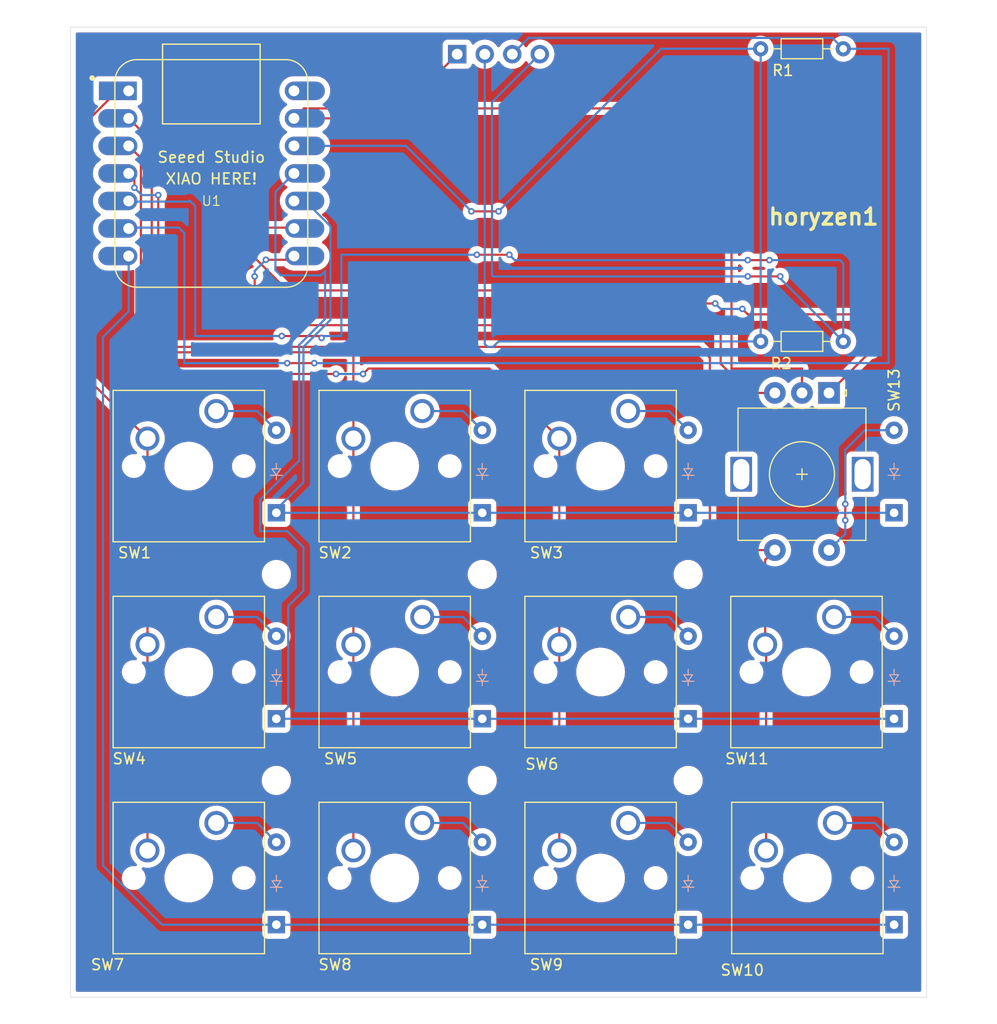
<source format=kicad_pcb>
(kicad_pcb (version 20240108) (generator "pcbnew") (generator_version "8.0")
  (layers (0 "F.Cu" signal) (31 "B.Cu" signal) (34 "B.Paste" user) (35 "F.Paste" user) (36 "B.SilkS" user "B.Silkscreen") (37 "F.SilkS" user "F.Silkscreen") (38 "B.Mask" user) (39 "F.Mask" user) (44 "Edge.Cuts" user))
  (net 0 "")
  (net 1 "ROW0")
  (net 2 "Net-(D1-A)")
  (net 3 "Net-(D2-A)")
  (net 4 "Net-(D3-A)")
  (net 5 "Net-(D4-A)")
  (net 6 "Net-(D5-A)")
  (net 7 "ROW1")
  (net 8 "Net-(D6-A)")
  (net 9 "Net-(D7-A)")
  (net 10 "Net-(D8-A)")
  (net 11 "Net-(D9-A)")
  (net 12 "ROW2")
  (net 13 "Net-(D10-A)")
  (net 14 "Net-(D11-A)")
  (net 15 "Net-(D12-A)")
  (net 16 "SCL")
  (net 17 "+3V3")
  (net 18 "GND")
  (net 19 "SDA")
  (net 20 "COL0")
  (net 21 "COL1")
  (net 22 "COL2")
  (net 23 "COL3")
  (net 24 "B")
  (net 25 "A")
  (net 26 "+5V")
  (footprint "Button_Switch_Keyboard:SW_Cherry_MX_1.00u_PCB" (layer "F.Cu") (at 116.46 103.42)
    (property "Reference" "SW6" (at -7.96 13.58 0) (layer "F.SilkS"))
    (property "Value" "SW_Push")
    (fp_line (start -9.525 -1.905) (end 4.445 -1.905) (stroke (width 0.12)) (layer "F.SilkS"))
    (fp_line (start -9.525 12.065) (end -9.525 -1.905) (stroke (width 0.12)) (layer "F.SilkS"))
    (fp_line (start 4.445 -1.905) (end 4.445 12.065) (stroke (width 0.12)) (layer "F.SilkS"))
    (fp_line (start 4.445 12.065) (end -9.525 12.065) (stroke (width 0.12)) (layer "F.SilkS"))
    (pad "" np_thru_hole circle (at -7.62 5.08) (size 1.7 1.7) (drill 1.7) (layers "*.Cu" "*.Mask"))
    (pad "" np_thru_hole circle (at -2.54 5.08) (size 4 4) (drill 4) (layers "*.Cu" "*.Mask"))
    (pad "" np_thru_hole circle (at 2.54 5.08) (size 1.7 1.7) (drill 1.7) (layers "*.Cu" "*.Mask"))
    (pad "1" thru_hole circle (at 0 0) (size 2.2 2.2) (drill 1.5) (layers "*.Cu" "*.Mask") (net 9 "Net-(D7-A)"))
    (pad "2" thru_hole circle (at -6.35 2.54) (size 2.2 2.2) (drill 1.5) (layers "*.Cu" "*.Mask") (net 22 "COL2"))
  )
  (footprint "Button_Switch_Keyboard:SW_Cherry_MX_1.00u_PCB" (layer "F.Cu") (at 116.46 122.42)
    (property "Reference" "SW9" (at -7.54 13.08 0) (layer "F.SilkS"))
    (property "Value" "SW_Push")
    (fp_line (start -9.525 -1.905) (end 4.445 -1.905) (stroke (width 0.12)) (layer "F.SilkS"))
    (fp_line (start -9.525 12.065) (end -9.525 -1.905) (stroke (width 0.12)) (layer "F.SilkS"))
    (fp_line (start 4.445 -1.905) (end 4.445 12.065) (stroke (width 0.12)) (layer "F.SilkS"))
    (fp_line (start 4.445 12.065) (end -9.525 12.065) (stroke (width 0.12)) (layer "F.SilkS"))
    (pad "" np_thru_hole circle (at -7.62 5.08) (size 1.7 1.7) (drill 1.7) (layers "*.Cu" "*.Mask"))
    (pad "" np_thru_hole circle (at -2.54 5.08) (size 4 4) (drill 4) (layers "*.Cu" "*.Mask"))
    (pad "" np_thru_hole circle (at 2.54 5.08) (size 1.7 1.7) (drill 1.7) (layers "*.Cu" "*.Mask"))
    (pad "1" thru_hole circle (at 0 0) (size 2.2 2.2) (drill 1.5) (layers "*.Cu" "*.Mask") (net 14 "Net-(D11-A)"))
    (pad "2" thru_hole circle (at -6.35 2.54) (size 2.2 2.2) (drill 1.5) (layers "*.Cu" "*.Mask") (net 22 "COL2"))
  )
  (footprint "MountingHole:MountingHole_2.2mm_M2" (layer "F.Cu") (at 103 118.5)
    (property "Reference" "REF**" (hide yes))
    (property "Value" "MountingHole_2.2mm_M2")
    (pad "" np_thru_hole circle (at 0 0) (size 2.2 2.2) (drill 2.2) (layers "*.Cu" "*.Mask"))
  )
  (footprint "Button_Switch_Keyboard:SW_Cherry_MX_1.00u_PCB" (layer "F.Cu") (at 135.54 122.42)
    (property "Reference" "SW10" (at -8.54 13.58 0) (layer "F.SilkS"))
    (property "Value" "SW_Push")
    (fp_line (start -9.525 -1.905) (end 4.445 -1.905) (stroke (width 0.12)) (layer "F.SilkS"))
    (fp_line (start -9.525 12.065) (end -9.525 -1.905) (stroke (width 0.12)) (layer "F.SilkS"))
    (fp_line (start 4.445 -1.905) (end 4.445 12.065) (stroke (width 0.12)) (layer "F.SilkS"))
    (fp_line (start 4.445 12.065) (end -9.525 12.065) (stroke (width 0.12)) (layer "F.SilkS"))
    (pad "" np_thru_hole circle (at -7.62 5.08) (size 1.7 1.7) (drill 1.7) (layers "*.Cu" "*.Mask"))
    (pad "" np_thru_hole circle (at -2.54 5.08) (size 4 4) (drill 4) (layers "*.Cu" "*.Mask"))
    (pad "" np_thru_hole circle (at 2.54 5.08) (size 1.7 1.7) (drill 1.7) (layers "*.Cu" "*.Mask"))
    (pad "1" thru_hole circle (at 0 0) (size 2.2 2.2) (drill 1.5) (layers "*.Cu" "*.Mask") (net 15 "Net-(D12-A)"))
    (pad "2" thru_hole circle (at -6.35 2.54) (size 2.2 2.2) (drill 1.5) (layers "*.Cu" "*.Mask") (net 23 "COL3"))
  )
  (footprint "Button_Switch_Keyboard:SW_Cherry_MX_1.00u_PCB" (layer "F.Cu") (at 97.46 122.42)
    (property "Reference" "SW8" (at -8.04 13.08 0) (layer "F.SilkS"))
    (property "Value" "SW_Push")
    (fp_line (start -9.525 -1.905) (end 4.445 -1.905) (stroke (width 0.12)) (layer "F.SilkS"))
    (fp_line (start -9.525 12.065) (end -9.525 -1.905) (stroke (width 0.12)) (layer "F.SilkS"))
    (fp_line (start 4.445 -1.905) (end 4.445 12.065) (stroke (width 0.12)) (layer "F.SilkS"))
    (fp_line (start 4.445 12.065) (end -9.525 12.065) (stroke (width 0.12)) (layer "F.SilkS"))
    (pad "" np_thru_hole circle (at -7.62 5.08) (size 1.7 1.7) (drill 1.7) (layers "*.Cu" "*.Mask"))
    (pad "" np_thru_hole circle (at -2.54 5.08) (size 4 4) (drill 4) (layers "*.Cu" "*.Mask"))
    (pad "" np_thru_hole circle (at 2.54 5.08) (size 1.7 1.7) (drill 1.7) (layers "*.Cu" "*.Mask"))
    (pad "1" thru_hole circle (at 0 0) (size 2.2 2.2) (drill 1.5) (layers "*.Cu" "*.Mask") (net 13 "Net-(D10-A)"))
    (pad "2" thru_hole circle (at -6.35 2.54) (size 2.2 2.2) (drill 1.5) (layers "*.Cu" "*.Mask") (net 21 "COL1"))
  )
  (footprint "MountingHole:MountingHole_2.2mm_M2" (layer "F.Cu") (at 103 99.5)
    (property "Reference" "REF**" (hide yes))
    (property "Value" "MountingHole_2.2mm_M2")
    (pad "" np_thru_hole circle (at 0 0) (size 2.2 2.2) (drill 2.2) (layers "*.Cu" "*.Mask"))
  )
  (footprint "Button_Switch_Keyboard:SW_Cherry_MX_1.00u_PCB" (layer "F.Cu") (at 135.46 103.42)
    (property "Reference" "SW11" (at -8.04 13.08 0) (layer "F.SilkS"))
    (property "Value" "SW_Push")
    (fp_line (start -9.525 -1.905) (end 4.445 -1.905) (stroke (width 0.12)) (layer "F.SilkS"))
    (fp_line (start -9.525 12.065) (end -9.525 -1.905) (stroke (width 0.12)) (layer "F.SilkS"))
    (fp_line (start 4.445 -1.905) (end 4.445 12.065) (stroke (width 0.12)) (layer "F.SilkS"))
    (fp_line (start 4.445 12.065) (end -9.525 12.065) (stroke (width 0.12)) (layer "F.SilkS"))
    (pad "" np_thru_hole circle (at -7.62 5.08) (size 1.7 1.7) (drill 1.7) (layers "*.Cu" "*.Mask"))
    (pad "" np_thru_hole circle (at -2.54 5.08) (size 4 4) (drill 4) (layers "*.Cu" "*.Mask"))
    (pad "" np_thru_hole circle (at 2.54 5.08) (size 1.7 1.7) (drill 1.7) (layers "*.Cu" "*.Mask"))
    (pad "1" thru_hole circle (at 0 0) (size 2.2 2.2) (drill 1.5) (layers "*.Cu" "*.Mask") (net 10 "Net-(D8-A)"))
    (pad "2" thru_hole circle (at -6.35 2.54) (size 2.2 2.2) (drill 1.5) (layers "*.Cu" "*.Mask") (net 23 "COL3"))
  )
  (footprint "MountingHole:MountingHole_2.2mm_M2" (layer "F.Cu") (at 122 118.5)
    (property "Reference" "REF**" (hide yes))
    (property "Value" "MountingHole_2.2mm_M2")
    (pad "" np_thru_hole circle (at 0 0) (size 2.2 2.2) (drill 2.2) (layers "*.Cu" "*.Mask"))
  )
  (footprint "Button_Switch_Keyboard:SW_Cherry_MX_1.00u_PCB" (layer "F.Cu") (at 78.46 122.42)
    (property "Reference" "SW7" (at -10.04 13.08 0) (layer "F.SilkS"))
    (property "Value" "SW_Push")
    (fp_line (start -9.525 -1.905) (end 4.445 -1.905) (stroke (width 0.12)) (layer "F.SilkS"))
    (fp_line (start -9.525 12.065) (end -9.525 -1.905) (stroke (width 0.12)) (layer "F.SilkS"))
    (fp_line (start 4.445 -1.905) (end 4.445 12.065) (stroke (width 0.12)) (layer "F.SilkS"))
    (fp_line (start 4.445 12.065) (end -9.525 12.065) (stroke (width 0.12)) (layer "F.SilkS"))
    (pad "" np_thru_hole circle (at -7.62 5.08) (size 1.7 1.7) (drill 1.7) (layers "*.Cu" "*.Mask"))
    (pad "" np_thru_hole circle (at -2.54 5.08) (size 4 4) (drill 4) (layers "*.Cu" "*.Mask"))
    (pad "" np_thru_hole circle (at 2.54 5.08) (size 1.7 1.7) (drill 1.7) (layers "*.Cu" "*.Mask"))
    (pad "1" thru_hole circle (at 0 0) (size 2.2 2.2) (drill 1.5) (layers "*.Cu" "*.Mask") (net 11 "Net-(D9-A)"))
    (pad "2" thru_hole circle (at -6.35 2.54) (size 2.2 2.2) (drill 1.5) (layers "*.Cu" "*.Mask") (net 20 "COL0"))
  )
  (footprint "Resistor_THT:R_Axial_DIN0204_L3.6mm_D1.6mm_P7.62mm_Horizontal" (layer "F.Cu") (at 128.69 51)
    (property "Reference" "R1" (at 2.05 2 0) (layer "F.SilkS"))
    (property "Value" "R")
    (fp_line (start 0.94 0) (end 1.89 0) (stroke (width 0.12)) (layer "F.SilkS"))
    (fp_line (start 1.89 -0.92) (end 1.89 0.92) (stroke (width 0.12)) (layer "F.SilkS"))
    (fp_line (start 1.89 0.92) (end 5.73 0.92) (stroke (width 0.12)) (layer "F.SilkS"))
    (fp_line (start 5.73 -0.92) (end 1.89 -0.92) (stroke (width 0.12)) (layer "F.SilkS"))
    (fp_line (start 5.73 0.92) (end 5.73 -0.92) (stroke (width 0.12)) (layer "F.SilkS"))
    (fp_line (start 6.68 0) (end 5.73 0) (stroke (width 0.12)) (layer "F.SilkS"))
    (pad "1" thru_hole circle (at 0 0) (size 1.4 1.4) (drill 0.7) (layers "*.Cu" "*.Mask") (net 17 "+3V3"))
    (pad "2" thru_hole oval (at 7.62 0) (size 1.4 1.4) (drill 0.7) (layers "*.Cu" "*.Mask") (net 16 "SCL"))
  )
  (footprint "Resistor_THT:R_Axial_DIN0204_L3.6mm_D1.6mm_P7.62mm_Horizontal" (layer "F.Cu") (at 128.69 78)
    (property "Reference" "R2" (at 1.894 2.03253 0) (layer "F.SilkS"))
    (property "Value" "R")
    (fp_line (start 0.94 0) (end 1.89 0) (stroke (width 0.12)) (layer "F.SilkS"))
    (fp_line (start 1.89 -0.92) (end 1.89 0.92) (stroke (width 0.12)) (layer "F.SilkS"))
    (fp_line (start 1.89 0.92) (end 5.73 0.92) (stroke (width 0.12)) (layer "F.SilkS"))
    (fp_line (start 5.73 -0.92) (end 1.89 -0.92) (stroke (width 0.12)) (layer "F.SilkS"))
    (fp_line (start 5.73 0.92) (end 5.73 -0.92) (stroke (width 0.12)) (layer "F.SilkS"))
    (fp_line (start 6.68 0) (end 5.73 0) (stroke (width 0.12)) (layer "F.SilkS"))
    (pad "1" thru_hole circle (at 0 0) (size 1.4 1.4) (drill 0.7) (layers "*.Cu" "*.Mask") (net 17 "+3V3"))
    (pad "2" thru_hole oval (at 7.62 0) (size 1.4 1.4) (drill 0.7) (layers "*.Cu" "*.Mask") (net 19 "SDA"))
  )
  (footprint "MountingHole:MountingHole_2.2mm_M2" (layer "F.Cu") (at 122 99.5)
    (property "Reference" "REF**" (hide yes))
    (property "Value" "MountingHole_2.2mm_M2")
    (pad "" np_thru_hole circle (at 0 0) (size 2.2 2.2) (drill 2.2) (layers "*.Cu" "*.Mask"))
  )
  (footprint "Button_Switch_Keyboard:SW_Cherry_MX_1.00u_PCB" (layer "F.Cu") (at 97.46 84.42)
    (property "Reference" "SW2" (at -8.04 13.08 0) (layer "F.SilkS"))
    (property "Value" "SW_Push")
    (fp_line (start -9.525 -1.905) (end 4.445 -1.905) (stroke (width 0.12)) (layer "F.SilkS"))
    (fp_line (start -9.525 12.065) (end -9.525 -1.905) (stroke (width 0.12)) (layer "F.SilkS"))
    (fp_line (start 4.445 -1.905) (end 4.445 12.065) (stroke (width 0.12)) (layer "F.SilkS"))
    (fp_line (start 4.445 12.065) (end -9.525 12.065) (stroke (width 0.12)) (layer "F.SilkS"))
    (pad "" np_thru_hole circle (at -7.62 5.08) (size 1.7 1.7) (drill 1.7) (layers "*.Cu" "*.Mask"))
    (pad "" np_thru_hole circle (at -2.54 5.08) (size 4 4) (drill 4) (layers "*.Cu" "*.Mask"))
    (pad "" np_thru_hole circle (at 2.54 5.08) (size 1.7 1.7) (drill 1.7) (layers "*.Cu" "*.Mask"))
    (pad "1" thru_hole circle (at 0 0) (size 2.2 2.2) (drill 1.5) (layers "*.Cu" "*.Mask") (net 3 "Net-(D2-A)"))
    (pad "2" thru_hole circle (at -6.35 2.54) (size 2.2 2.2) (drill 1.5) (layers "*.Cu" "*.Mask") (net 21 "COL1"))
  )
  (footprint "footprints:XIAO-Generic-Hybrid-14P-2.54-21X17.8MM" (layer "F.Cu") (at 78 62.5)
    (property "Reference" "U1" (at 0 2.54 0) (layer "F.SilkS") (effects (font (size 0.889 0.889) (thickness 0.1016))))
    (property "Value" "MOUDLE-SEEEDUINO-XIAO" (hide yes))
    (fp_line (start -8.9 -8.5) (end -8.9 8.5) (stroke (width 0.127)) (layer "F.SilkS"))
    (fp_line (start -6.9 10.5) (end 6.9 10.5) (stroke (width 0.127)) (layer "F.SilkS"))
    (fp_line (start -4.5 -11.92403) (end 4.5 -11.92403) (stroke (width 0.127)) (layer "F.SilkS"))
    (fp_line (start -4.5 -4.57073) (end -4.5 -11.92403) (stroke (width 0.127)) (layer "F.SilkS"))
    (fp_line (start 4.5 -11.92403) (end 4.5 -4.57073) (stroke (width 0.127)) (layer "F.SilkS"))
    (fp_line (start 4.5 -4.57073) (end -4.5 -4.57073) (stroke (width 0.127)) (layer "F.SilkS"))
    (fp_line (start 6.9 -10.49909) (end -6.9 -10.49909) (stroke (width 0.127)) (layer "F.SilkS"))
    (fp_line (start 8.9 8.5) (end 8.9 -8.5) (stroke (width 0.127)) (layer "F.SilkS"))
    (fp_arc (start -8.9 -8.5) (mid -8.301491 -9.901491) (end -6.9 -10.5) (stroke (width 0.12)) (layer "F.SilkS"))
    (fp_arc (start -6.9 10.5) (mid -8.301423 9.901423) (end -8.9 8.5) (stroke (width 0.12)) (layer "F.SilkS"))
    (fp_arc (start 6.9 -10.5) (mid 8.301494 -9.901494) (end 8.9 -8.5) (stroke (width 0.12)) (layer "F.SilkS"))
    (fp_arc (start 8.9 8.5) (mid 8.314214 9.914214) (end 6.9 10.5) (stroke (width 0.12)) (layer "F.SilkS"))
    (fp_circle (center -11 -8.8) (end -11 -9.054) (fill solid) (layer "F.SilkS"))
    (fp_poly (pts (xy -8.887715 -8.561705) (xy -8.884667 -8.610473) (xy -8.880603 -8.659494)) (stroke (width 0.0254)) (fill none) (layer "F.SilkS"))
    (fp_poly (pts (xy 8.889492 8.521574) (xy 8.887713 8.57085) (xy 8.884665 8.619618) (xy 8.880601 8.668639) (xy 8.875268 8.717407) (xy 8.868664 8.766175) (xy 8.861044 8.81469) (xy 8.852153 8.86295) (xy 8.842248 8.910955)) (stroke (width 0.0254)) (fill none) (layer "F.SilkS"))
    (fp_text user "XIAO HERE!" (at 0 0.5 0) (layer "F.SilkS"))
    (fp_text user "Seeed Studio" (at 0 -1.5 0) (layer "F.SilkS"))
    (pad "1" thru_hole rect (at -7.625 -7.62) (size 3.5 1.7) (drill 1 (offset -1 0)) (layers "*.Cu" "*.Mask") (net 20 "COL0"))
    (pad "2" thru_hole oval (at -7.625 -5.08) (size 3.6 1.7) (drill 1 (offset -1 0)) (layers "*.Cu" "*.Mask") (net 21 "COL1"))
    (pad "3" thru_hole oval (at -7.625 -2.54) (size 3.6 1.7) (drill 1 (offset -1 0)) (layers "*.Cu" "*.Mask") (net 22 "COL2"))
    (pad "4" thru_hole oval (at -7.625 0) (size 3.6 1.7) (drill 1 (offset -1 0)) (layers "*.Cu" "*.Mask") (net 23 "COL3"))
    (pad "5" thru_hole oval (at -7.625 2.54) (size 3.6 1.7) (drill 1 (offset -1 0)) (layers "*.Cu" "*.Mask") (net 19 "SDA"))
    (pad "6" thru_hole oval (at -7.625 5.08 180) (size 3.6 1.7) (drill 1 (offset 1 0)) (layers "*.Cu" "*.Mask") (net 16 "SCL"))
    (pad "7" thru_hole oval (at -7.625 7.62) (size 3.6 1.7) (drill 1 (offset -1 0)) (layers "*.Cu" "*.Mask") (net 12 "ROW2"))
    (pad "8" thru_hole oval (at 7.625 7.62) (size 3.6 1.7) (drill 1 (offset 1 0)) (layers "*.Cu" "*.Mask") (net 24 "B"))
    (pad "9" thru_hole oval (at 7.625 5.08) (size 3.6 1.7) (drill 1 (offset 1 0)) (layers "*.Cu" "*.Mask") (net 25 "A"))
    (pad "10" thru_hole oval (at 7.625 2.54) (size 3.6 1.7) (drill 1 (offset 1 0)) (layers "*.Cu" "*.Mask") (net 1 "ROW0"))
    (pad "11" thru_hole oval (at 7.625 0) (size 3.7 1.7) (drill 1 (offset 1 0)) (layers "*.Cu" "*.Mask") (net 7 "ROW1"))
    (pad "12" thru_hole oval (at 7.625 -2.54) (size 3.7 1.7) (drill 1 (offset 1 0)) (layers "*.Cu" "*.Mask") (net 17 "+3V3"))
    (pad "13" thru_hole oval (at 7.625 -5.08) (size 3.7 1.7) (drill 1 (offset 1 0)) (layers "*.Cu" "*.Mask") (net 18 "GND"))
    (pad "14" thru_hole oval (at 7.625 -7.62) (size 3.7 1.7) (drill 1 (offset 1 0)) (layers "*.Cu" "*.Mask") (net 26 "+5V"))
  )
  (footprint "Button_Switch_Keyboard:SW_Cherry_MX_1.00u_PCB" (layer "F.Cu") (at 116.46 84.42)
    (property "Reference" "SW3" (at -7.54 13.08 0) (layer "F.SilkS"))
    (property "Value" "SW_Push")
    (fp_line (start -9.525 -1.905) (end 4.445 -1.905) (stroke (width 0.12)) (layer "F.SilkS"))
    (fp_line (start -9.525 12.065) (end -9.525 -1.905) (stroke (width 0.12)) (layer "F.SilkS"))
    (fp_line (start 4.445 -1.905) (end 4.445 12.065) (stroke (width 0.12)) (layer "F.SilkS"))
    (fp_line (start 4.445 12.065) (end -9.525 12.065) (stroke (width 0.12)) (layer "F.SilkS"))
    (pad "" np_thru_hole circle (at -7.62 5.08) (size 1.7 1.7) (drill 1.7) (layers "*.Cu" "*.Mask"))
    (pad "" np_thru_hole circle (at -2.54 5.08) (size 4 4) (drill 4) (layers "*.Cu" "*.Mask"))
    (pad "" np_thru_hole circle (at 2.54 5.08) (size 1.7 1.7) (drill 1.7) (layers "*.Cu" "*.Mask"))
    (pad "1" thru_hole circle (at 0 0) (size 2.2 2.2) (drill 1.5) (layers "*.Cu" "*.Mask") (net 4 "Net-(D3-A)"))
    (pad "2" thru_hole circle (at -6.35 2.54) (size 2.2 2.2) (drill 1.5) (layers "*.Cu" "*.Mask") (net 22 "COL2"))
  )
  (footprint "Button_Switch_Keyboard:SW_Cherry_MX_1.00u_PCB" (layer "F.Cu") (at 78.46 103.42)
    (property "Reference" "SW4" (at -8.04 13.08 0) (layer "F.SilkS"))
    (property "Value" "SW_Push")
    (fp_line (start -9.525 -1.905) (end 4.445 -1.905) (stroke (width 0.12)) (layer "F.SilkS"))
    (fp_line (start -9.525 12.065) (end -9.525 -1.905) (stroke (width 0.12)) (layer "F.SilkS"))
    (fp_line (start 4.445 -1.905) (end 4.445 12.065) (stroke (width 0.12)) (layer "F.SilkS"))
    (fp_line (start 4.445 12.065) (end -9.525 12.065) (stroke (width 0.12)) (layer "F.SilkS"))
    (pad "" np_thru_hole circle (at -7.62 5.08) (size 1.7 1.7) (drill 1.7) (layers "*.Cu" "*.Mask"))
    (pad "" np_thru_hole circle (at -2.54 5.08) (size 4 4) (drill 4) (layers "*.Cu" "*.Mask"))
    (pad "" np_thru_hole circle (at 2.54 5.08) (size 1.7 1.7) (drill 1.7) (layers "*.Cu" "*.Mask"))
    (pad "1" thru_hole circle (at 0 0) (size 2.2 2.2) (drill 1.5) (layers "*.Cu" "*.Mask") (net 6 "Net-(D5-A)"))
    (pad "2" thru_hole circle (at -6.35 2.54) (size 2.2 2.2) (drill 1.5) (layers "*.Cu" "*.Mask") (net 20 "COL0"))
  )
  (footprint "Rotary_Encoder:RotaryEncoder_Alps_EC11E-Switch_Vertical_H20mm" (layer "F.Cu") (at 135 82.75 -90)
    (property "Reference" "SW13" (at -0.25 -6 90) (layer "F.SilkS"))
    (property "Value" "RotaryEncoder_Switch")
    (fp_line (start 5.5 8.4) (end 1.4 8.4) (stroke (width 0.12)) (layer "F.SilkS"))
    (fp_line (start 13.6 8.4) (end 9.5 8.4) (stroke (width 0.12)) (layer "F.SilkS"))
    (fp_line (start 13.6 6) (end 13.6 8.4) (stroke (width 0.12)) (layer "F.SilkS"))
    (fp_line (start 7 2.5) (end 8 2.5) (stroke (width 0.12)) (layer "F.SilkS"))
    (fp_line (start 7.5 2) (end 7.5 3) (stroke (width 0.12)) (layer "F.SilkS"))
    (fp_line (start 13.6 1.2) (end 13.6 3.8) (stroke (width 0.12)) (layer "F.SilkS"))
    (fp_line (start 0 -1.3) (end -0.3 -1.6) (stroke (width 0.12)) (layer "F.SilkS"))
    (fp_line (start -0.3 -1.6) (end 0.3 -1.6) (stroke (width 0.12)) (layer "F.SilkS"))
    (fp_line (start 0.3 -1.6) (end 0 -1.3) (stroke (width 0.12)) (layer "F.SilkS"))
    (fp_line (start 1.4 -3.4) (end 1.4 8.4) (stroke (width 0.12)) (layer "F.SilkS"))
    (fp_line (start 5.5 -3.4) (end 1.4 -3.4) (stroke (width 0.12)) (layer "F.SilkS"))
    (fp_line (start 9.5 -3.4) (end 13.6 -3.4) (stroke (width 0.12)) (layer "F.SilkS"))
    (fp_line (start 13.6 -3.4) (end 13.6 -1) (stroke (width 0.12)) (layer "F.SilkS"))
    (fp_circle (center 7.5 2.5) (end 10.5 2.5) (stroke (width 0.12)) (fill none) (layer "F.SilkS"))
    (pad "A" thru_hole rect (at 0 0 270) (size 2 2) (drill 1) (layers "*.Cu" "*.Mask") (net 25 "A"))
    (pad "B" thru_hole circle (at 0 5 270) (size 2 2) (drill 1) (layers "*.Cu" "*.Mask") (net 24 "B"))
    (pad "C" thru_hole circle (at 0 2.5 270) (size 2 2) (drill 1) (layers "*.Cu" "*.Mask") (net 18 "GND"))
    (pad "MP" thru_hole rect (at 7.5 -3.1 270) (size 3.2 2) (drill oval 2.8 1.5) (layers "*.Cu" "*.Mask"))
    (pad "MP" thru_hole rect (at 7.5 8.1 270) (size 3.2 2) (drill oval 2.8 1.5) (layers "*.Cu" "*.Mask"))
    (pad "S1" thru_hole circle (at 14.5 5 270) (size 2 2) (drill 1) (layers "*.Cu" "*.Mask") (net 23 "COL3"))
    (pad "S2" thru_hole circle (at 14.5 0 270) (size 2 2) (drill 1) (layers "*.Cu" "*.Mask") (net 5 "Net-(D4-A)"))
  )
  (footprint "Button_Switch_Keyboard:SW_Cherry_MX_1.00u_PCB" (layer "F.Cu") (at 78.46 84.42)
    (property "Reference" "SW1" (at -7.54 13.08 0) (layer "F.SilkS"))
    (property "Value" "SW_Push")
    (fp_line (start -9.525 -1.905) (end 4.445 -1.905) (stroke (width 0.12)) (layer "F.SilkS"))
    (fp_line (start -9.525 12.065) (end -9.525 -1.905) (stroke (width 0.12)) (layer "F.SilkS"))
    (fp_line (start 4.445 -1.905) (end 4.445 12.065) (stroke (width 0.12)) (layer "F.SilkS"))
    (fp_line (start 4.445 12.065) (end -9.525 12.065) (stroke (width 0.12)) (layer "F.SilkS"))
    (pad "" np_thru_hole circle (at -7.62 5.08) (size 1.7 1.7) (drill 1.7) (layers "*.Cu" "*.Mask"))
    (pad "" np_thru_hole circle (at -2.54 5.08) (size 4 4) (drill 4) (layers "*.Cu" "*.Mask"))
    (pad "" np_thru_hole circle (at 2.54 5.08) (size 1.7 1.7) (drill 1.7) (layers "*.Cu" "*.Mask"))
    (pad "1" thru_hole circle (at 0 0) (size 2.2 2.2) (drill 1.5) (layers "*.Cu" "*.Mask") (net 2 "Net-(D1-A)"))
    (pad "2" thru_hole circle (at -6.35 2.54) (size 2.2 2.2) (drill 1.5) (layers "*.Cu" "*.Mask") (net 20 "COL0"))
  )
  (footprint "MountingHole:MountingHole_2.2mm_M2" (layer "F.Cu") (at 84 118.5)
    (property "Reference" "REF**" (hide yes))
    (property "Value" "MountingHole_2.2mm_M2")
    (pad "" np_thru_hole circle (at 0 0) (size 2.2 2.2) (drill 2.2) (layers "*.Cu" "*.Mask"))
  )
  (footprint "horyzen1:finaled" (layer "F.Cu") (at 134.5 61)
    (property "Reference" "horyzen1" (at 0 5.5 0) (layer "F.SilkS") (effects (font (size 1.5 1.5) (thickness 0.3))))
    (property "Value" "LOGO" (hide yes))
  )
  (footprint "MountingHole:MountingHole_2.2mm_M2" (layer "F.Cu") (at 84 99.5)
    (property "Reference" "REF**" (hide yes))
    (property "Value" "MountingHole_2.2mm_M2")
    (pad "" np_thru_hole circle (at 0 0) (size 2.2 2.2) (drill 2.2) (layers "*.Cu" "*.Mask"))
  )
  (footprint "ScottoKeebs_Components:OLED_128x64" (layer "F.Cu") (at 104.5 51.5)
    (property "Reference" "J1" (hide yes))
    (property "Value" "OLED_128x64")
    (pad "1" thru_hole rect (at -3.81 0 90) (size 1.7 1.7) (drill 1) (layers "*.Cu" "*.Mask") (net 18 "GND"))
    (pad "2" thru_hole oval (at -1.27 0 90) (size 1.7 1.7) (drill 1) (layers "*.Cu" "*.Mask") (net 17 "+3V3"))
    (pad "3" thru_hole oval (at 1.27 0 90) (size 1.7 1.7) (drill 1) (layers "*.Cu" "*.Mask") (net 16 "SCL"))
    (pad "4" thru_hole oval (at 3.81 0 90) (size 1.7 1.7) (drill 1) (layers "*.Cu" "*.Mask") (net 19 "SDA"))
  )
  (footprint "Button_Switch_Keyboard:SW_Cherry_MX_1.00u_PCB" (layer "F.Cu") (at 97.46 103.42)
    (property "Reference" "SW5" (at -7.54 13.08 0) (layer "F.SilkS"))
    (property "Value" "SW_Push")
    (fp_line (start -9.525 -1.905) (end 4.445 -1.905) (stroke (width 0.12)) (layer "F.SilkS"))
    (fp_line (start -9.525 12.065) (end -9.525 -1.905) (stroke (width 0.12)) (layer "F.SilkS"))
    (fp_line (start 4.445 -1.905) (end 4.445 12.065) (stroke (width 0.12)) (layer "F.SilkS"))
    (fp_line (start 4.445 12.065) (end -9.525 12.065) (stroke (width 0.12)) (layer "F.SilkS"))
    (pad "" np_thru_hole circle (at -7.62 5.08) (size 1.7 1.7) (drill 1.7) (layers "*.Cu" "*.Mask"))
    (pad "" np_thru_hole circle (at -2.54 5.08) (size 4 4) (drill 4) (layers "*.Cu" "*.Mask"))
    (pad "" np_thru_hole circle (at 2.54 5.08) (size 1.7 1.7) (drill 1.7) (layers "*.Cu" "*.Mask"))
    (pad "1" thru_hole circle (at 0 0) (size 2.2 2.2) (drill 1.5) (layers "*.Cu" "*.Mask") (net 8 "Net-(D6-A)"))
    (pad "2" thru_hole circle (at -6.35 2.54) (size 2.2 2.2) (drill 1.5) (layers "*.Cu" "*.Mask") (net 21 "COL1"))
  )
  (footprint "ScottoKeebs_Components:Diode_DO-35" (layer "B.Cu") (at 122 93.81 90)
    (property "Reference" "D3" (hide yes))
    (property "Value" "D_Small" (hide yes))
    (fp_line (start 3.46 -0.55) (end 3.46 0.55) (stroke (width 0.1)) (layer "B.SilkS"))
    (fp_line (start 4.06 -0.4) (end 4.06 0.4) (stroke (width 0.1)) (layer "B.SilkS"))
    (fp_line (start 4.56 0) (end 4.06 0) (stroke (width 0.1)) (layer "B.SilkS"))
    (fp_line (start 3.46 0) (end 4.06 -0.4) (stroke (width 0.1)) (layer "B.SilkS"))
    (fp_line (start 3.46 0) (end 3.06 0) (stroke (width 0.1)) (layer "B.SilkS"))
    (fp_line (start 4.06 0.4) (end 3.46 0) (stroke (width 0.1)) (layer "B.SilkS"))
    (pad "1" thru_hole rect (at 0 0 90) (size 1.6 1.6) (drill 0.8) (layers "*.Cu" "*.Mask") (net 1 "ROW0"))
    (pad "2" thru_hole oval (at 7.62 0 90) (size 1.6 1.6) (drill 0.8) (layers "*.Cu" "*.Mask") (net 4 "Net-(D3-A)"))
  )
  (footprint "ScottoKeebs_Components:Diode_DO-35" (layer "B.Cu") (at 122 131.81 90)
    (property "Reference" "D11" (hide yes))
    (property "Value" "D_Small" (hide yes))
    (fp_line (start 3.46 -0.55) (end 3.46 0.55) (stroke (width 0.1)) (layer "B.SilkS"))
    (fp_line (start 4.06 -0.4) (end 4.06 0.4) (stroke (width 0.1)) (layer "B.SilkS"))
    (fp_line (start 4.56 0) (end 4.06 0) (stroke (width 0.1)) (layer "B.SilkS"))
    (fp_line (start 3.46 0) (end 4.06 -0.4) (stroke (width 0.1)) (layer "B.SilkS"))
    (fp_line (start 3.46 0) (end 3.06 0) (stroke (width 0.1)) (layer "B.SilkS"))
    (fp_line (start 4.06 0.4) (end 3.46 0) (stroke (width 0.1)) (layer "B.SilkS"))
    (pad "1" thru_hole rect (at 0 0 90) (size 1.6 1.6) (drill 0.8) (layers "*.Cu" "*.Mask") (net 12 "ROW2"))
    (pad "2" thru_hole oval (at 7.62 0 90) (size 1.6 1.6) (drill 0.8) (layers "*.Cu" "*.Mask") (net 14 "Net-(D11-A)"))
  )
  (footprint "ScottoKeebs_Components:Diode_DO-35" (layer "B.Cu") (at 103 112.81 90)
    (property "Reference" "D6" (hide yes))
    (property "Value" "D_Small" (hide yes))
    (fp_line (start 3.46 -0.55) (end 3.46 0.55) (stroke (width 0.1)) (layer "B.SilkS"))
    (fp_line (start 4.06 -0.4) (end 4.06 0.4) (stroke (width 0.1)) (layer "B.SilkS"))
    (fp_line (start 4.56 0) (end 4.06 0) (stroke (width 0.1)) (layer "B.SilkS"))
    (fp_line (start 3.46 0) (end 4.06 -0.4) (stroke (width 0.1)) (layer "B.SilkS"))
    (fp_line (start 3.46 0) (end 3.06 0) (stroke (width 0.1)) (layer "B.SilkS"))
    (fp_line (start 4.06 0.4) (end 3.46 0) (stroke (width 0.1)) (layer "B.SilkS"))
    (pad "1" thru_hole rect (at 0 0 90) (size 1.6 1.6) (drill 0.8) (layers "*.Cu" "*.Mask") (net 7 "ROW1"))
    (pad "2" thru_hole oval (at 7.62 0 90) (size 1.6 1.6) (drill 0.8) (layers "*.Cu" "*.Mask") (net 8 "Net-(D6-A)"))
  )
  (footprint "ScottoKeebs_Components:Diode_DO-35" (layer "B.Cu") (at 103 131.81 90)
    (property "Reference" "D10" (hide yes))
    (property "Value" "D_Small" (hide yes))
    (fp_line (start 3.46 -0.55) (end 3.46 0.55) (stroke (width 0.1)) (layer "B.SilkS"))
    (fp_line (start 4.06 -0.4) (end 4.06 0.4) (stroke (width 0.1)) (layer "B.SilkS"))
    (fp_line (start 4.56 0) (end 4.06 0) (stroke (width 0.1)) (layer "B.SilkS"))
    (fp_line (start 3.46 0) (end 4.06 -0.4) (stroke (width 0.1)) (layer "B.SilkS"))
    (fp_line (start 3.46 0) (end 3.06 0) (stroke (width 0.1)) (layer "B.SilkS"))
    (fp_line (start 4.06 0.4) (end 3.46 0) (stroke (width 0.1)) (layer "B.SilkS"))
    (pad "1" thru_hole rect (at 0 0 90) (size 1.6 1.6) (drill 0.8) (layers "*.Cu" "*.Mask") (net 12 "ROW2"))
    (pad "2" thru_hole oval (at 7.62 0 90) (size 1.6 1.6) (drill 0.8) (layers "*.Cu" "*.Mask") (net 13 "Net-(D10-A)"))
  )
  (footprint "ScottoKeebs_Components:Diode_DO-35" (layer "B.Cu") (at 141 112.81 90)
    (property "Reference" "D8" (hide yes))
    (property "Value" "D_Small" (hide yes))
    (fp_line (start 3.46 -0.55) (end 3.46 0.55) (stroke (width 0.1)) (layer "B.SilkS"))
    (fp_line (start 4.06 -0.4) (end 4.06 0.4) (stroke (width 0.1)) (layer "B.SilkS"))
    (fp_line (start 4.56 0) (end 4.06 0) (stroke (width 0.1)) (layer "B.SilkS"))
    (fp_line (start 3.46 0) (end 4.06 -0.4) (stroke (width 0.1)) (layer "B.SilkS"))
    (fp_line (start 3.46 0) (end 3.06 0) (stroke (width 0.1)) (layer "B.SilkS"))
    (fp_line (start 4.06 0.4) (end 3.46 0) (stroke (width 0.1)) (layer "B.SilkS"))
    (pad "1" thru_hole rect (at 0 0 90) (size 1.6 1.6) (drill 0.8) (layers "*.Cu" "*.Mask") (net 7 "ROW1"))
    (pad "2" thru_hole oval (at 7.62 0 90) (size 1.6 1.6) (drill 0.8) (layers "*.Cu" "*.Mask") (net 10 "Net-(D8-A)"))
  )
  (footprint "ScottoKeebs_Components:Diode_DO-35" (layer "B.Cu") (at 84 112.81 90)
    (property "Reference" "D5" (hide yes))
    (property "Value" "D_Small" (hide yes))
    (fp_line (start 3.46 -0.55) (end 3.46 0.55) (stroke (width 0.1)) (layer "B.SilkS"))
    (fp_line (start 4.06 -0.4) (end 4.06 0.4) (stroke (width 0.1)) (layer "B.SilkS"))
    (fp_line (start 4.56 0) (end 4.06 0) (stroke (width 0.1)) (layer "B.SilkS"))
    (fp_line (start 3.46 0) (end 4.06 -0.4) (stroke (width 0.1)) (layer "B.SilkS"))
    (fp_line (start 3.46 0) (end 3.06 0) (stroke (width 0.1)) (layer "B.SilkS"))
    (fp_line (start 4.06 0.4) (end 3.46 0) (stroke (width 0.1)) (layer "B.SilkS"))
    (pad "1" thru_hole rect (at 0 0 90) (size 1.6 1.6) (drill 0.8) (layers "*.Cu" "*.Mask") (net 7 "ROW1"))
    (pad "2" thru_hole oval (at 7.62 0 90) (size 1.6 1.6) (drill 0.8) (layers "*.Cu" "*.Mask") (net 6 "Net-(D5-A)"))
  )
  (footprint "ScottoKeebs_Components:Diode_DO-35" (layer "B.Cu") (at 141 131.81 90)
    (property "Reference" "D12" (hide yes))
    (property "Value" "D_Small" (hide yes))
    (fp_line (start 3.46 -0.55) (end 3.46 0.55) (stroke (width 0.1)) (layer "B.SilkS"))
    (fp_line (start 4.06 -0.4) (end 4.06 0.4) (stroke (width 0.1)) (layer "B.SilkS"))
    (fp_line (start 4.56 0) (end 4.06 0) (stroke (width 0.1)) (layer "B.SilkS"))
    (fp_line (start 3.46 0) (end 4.06 -0.4) (stroke (width 0.1)) (layer "B.SilkS"))
    (fp_line (start 3.46 0) (end 3.06 0) (stroke (width 0.1)) (layer "B.SilkS"))
    (fp_line (start 4.06 0.4) (end 3.46 0) (stroke (width 0.1)) (layer "B.SilkS"))
    (pad "1" thru_hole rect (at 0 0 90) (size 1.6 1.6) (drill 0.8) (layers "*.Cu" "*.Mask") (net 12 "ROW2"))
    (pad "2" thru_hole oval (at 7.62 0 90) (size 1.6 1.6) (drill 0.8) (layers "*.Cu" "*.Mask") (net 15 "Net-(D12-A)"))
  )
  (footprint "ScottoKeebs_Components:Diode_DO-35" (layer "B.Cu") (at 141 93.81 90)
    (property "Reference" "D4" (hide yes))
    (property "Value" "D_Small" (hide yes))
    (fp_line (start 3.46 -0.55) (end 3.46 0.55) (stroke (width 0.1)) (layer "B.SilkS"))
    (fp_line (start 4.06 -0.4) (end 4.06 0.4) (stroke (width 0.1)) (layer "B.SilkS"))
    (fp_line (start 4.56 0) (end 4.06 0) (stroke (width 0.1)) (layer "B.SilkS"))
    (fp_line (start 3.46 0) (end 4.06 -0.4) (stroke (width 0.1)) (layer "B.SilkS"))
    (fp_line (start 3.46 0) (end 3.06 0) (stroke (width 0.1)) (layer "B.SilkS"))
    (fp_line (start 4.06 0.4) (end 3.46 0) (stroke (width 0.1)) (layer "B.SilkS"))
    (pad "1" thru_hole rect (at 0 0 90) (size 1.6 1.6) (drill 0.8) (layers "*.Cu" "*.Mask") (net 1 "ROW0"))
    (pad "2" thru_hole oval (at 7.62 0 90) (size 1.6 1.6) (drill 0.8) (layers "*.Cu" "*.Mask") (net 5 "Net-(D4-A)"))
  )
  (footprint "ScottoKeebs_Components:Diode_DO-35" (layer "B.Cu") (at 122 112.81 90)
    (property "Reference" "D7" (hide yes))
    (property "Value" "D_Small" (hide yes))
    (fp_line (start 3.46 -0.55) (end 3.46 0.55) (stroke (width 0.1)) (layer "B.SilkS"))
    (fp_line (start 4.06 -0.4) (end 4.06 0.4) (stroke (width 0.1)) (layer "B.SilkS"))
    (fp_line (start 4.56 0) (end 4.06 0) (stroke (width 0.1)) (layer "B.SilkS"))
    (fp_line (start 3.46 0) (end 4.06 -0.4) (stroke (width 0.1)) (layer "B.SilkS"))
    (fp_line (start 3.46 0) (end 3.06 0) (stroke (width 0.1)) (layer "B.SilkS"))
    (fp_line (start 4.06 0.4) (end 3.46 0) (stroke (width 0.1)) (layer "B.SilkS"))
    (pad "1" thru_hole rect (at 0 0 90) (size 1.6 1.6) (drill 0.8) (layers "*.Cu" "*.Mask") (net 7 "ROW1"))
    (pad "2" thru_hole oval (at 7.62 0 90) (size 1.6 1.6) (drill 0.8) (layers "*.Cu" "*.Mask") (net 9 "Net-(D7-A)"))
  )
  (footprint "ScottoKeebs_Components:Diode_DO-35" (layer "B.Cu") (at 84 131.81 90)
    (property "Reference" "D9" (hide yes))
    (property "Value" "D_Small" (hide yes))
    (fp_line (start 3.46 -0.55) (end 3.46 0.55) (stroke (width 0.1)) (layer "B.SilkS"))
    (fp_line (start 4.06 -0.4) (end 4.06 0.4) (stroke (width 0.1)) (layer "B.SilkS"))
    (fp_line (start 4.56 0) (end 4.06 0) (stroke (width 0.1)) (layer "B.SilkS"))
    (fp_line (start 3.46 0) (end 4.06 -0.4) (stroke (width 0.1)) (layer "B.SilkS"))
    (fp_line (start 3.46 0) (end 3.06 0) (stroke (width 0.1)) (layer "B.SilkS"))
    (fp_line (start 4.06 0.4) (end 3.46 0) (stroke (width 0.1)) (layer "B.SilkS"))
    (pad "1" thru_hole rect (at 0 0 90) (size 1.6 1.6) (drill 0.8) (layers "*.Cu" "*.Mask") (net 12 "ROW2"))
    (pad "2" thru_hole oval (at 7.62 0 90) (size 1.6 1.6) (drill 0.8) (layers "*.Cu" "*.Mask") (net 11 "Net-(D9-A)"))
  )
  (footprint "ScottoKeebs_Components:Diode_DO-35" (layer "B.Cu") (at 103 93.81 90)
    (property "Reference" "D2" (hide yes))
    (property "Value" "D_Small" (hide yes))
    (fp_line (start 3.46 -0.55) (end 3.46 0.55) (stroke (width 0.1)) (layer "B.SilkS"))
    (fp_line (start 4.06 -0.4) (end 4.06 0.4) (stroke (width 0.1)) (layer "B.SilkS"))
    (fp_line (start 4.56 0) (end 4.06 0) (stroke (width 0.1)) (layer "B.SilkS"))
    (fp_line (start 3.46 0) (end 4.06 -0.4) (stroke (width 0.1)) (layer "B.SilkS"))
    (fp_line (start 3.46 0) (end 3.06 0) (stroke (width 0.1)) (layer "B.SilkS"))
    (fp_line (start 4.06 0.4) (end 3.46 0) (stroke (width 0.1)) (layer "B.SilkS"))
    (pad "1" thru_hole rect (at 0 0 90) (size 1.6 1.6) (drill 0.8) (layers "*.Cu" "*.Mask") (net 1 "ROW0"))
    (pad "2" thru_hole oval (at 7.62 0 90) (size 1.6 1.6) (drill 0.8) (layers "*.Cu" "*.Mask") (net 3 "Net-(D2-A)"))
  )
  (footprint "ScottoKeebs_Components:Diode_DO-35" (layer "B.Cu") (at 84 93.81 90)
    (property "Reference" "D1" (hide yes))
    (property "Value" "D_Small" (hide yes))
    (fp_line (start 3.46 -0.55) (end 3.46 0.55) (stroke (width 0.1)) (layer "B.SilkS"))
    (fp_line (start 4.06 -0.4) (end 4.06 0.4) (stroke (width 0.1)) (layer "B.SilkS"))
    (fp_line (start 4.56 0) (end 4.06 0) (stroke (width 0.1)) (layer "B.SilkS"))
    (fp_line (start 3.46 0) (end 4.06 -0.4) (stroke (width 0.1)) (layer "B.SilkS"))
    (fp_line (start 3.46 0) (end 3.06 0) (stroke (width 0.1)) (layer "B.SilkS"))
    (fp_line (start 4.06 0.4) (end 3.46 0) (stroke (width 0.1)) (layer "B.SilkS"))
    (pad "1" thru_hole rect (at 0 0 90) (size 1.6 1.6) (drill 0.8) (layers "*.Cu" "*.Mask") (net 1 "ROW0"))
    (pad "2" thru_hole oval (at 7.62 0 90) (size 1.6 1.6) (drill 0.8) (layers "*.Cu" "*.Mask") (net 2 "Net-(D1-A)"))
  )
  (gr_rect (start 65 49) (end 144 138.5) (stroke (width 0.05)) (fill none) (layer "Edge.Cuts"))
  (segment (start 86.5 91) (end 86.5 78.5) (width 0.2) (layer "B.Cu") (net 1))
  (segment (start 86.661346 65.04) (end 85.625 65.04) (width 0.2) (layer "B.Cu") (net 1))
  (segment (start 84 93.5) (end 86.5 91) (width 0.2) (layer "B.Cu") (net 1))
  (segment (start 89 67.378654) (end 86.661346 65.04) (width 0.2) (layer "B.Cu") (net 1))
  (segment (start 86.5 78.5) (end 89 76) (width 0.2) (layer "B.Cu") (net 1))
  (segment (start 89 76) (end 89 67.378654) (width 0.2) (layer "B.Cu") (net 1))
  (segment (start 141 93.81) (end 84 93.81) (width 0.2) (layer "B.Cu") (net 1))
  (segment (start 84 93.81) (end 84 93.5) (width 0.2) (layer "B.Cu") (net 1))
  (segment (start 78.46 84.42) (end 82.23 84.42) (width 0.2) (layer "B.Cu") (net 2))
  (segment (start 82.23 84.42) (end 84 86.19) (width 0.2) (layer "B.Cu") (net 2))
  (segment (start 97.46 84.42) (end 101.23 84.42) (width 0.2) (layer "B.Cu") (net 3))
  (segment (start 101.23 84.42) (end 103 86.19) (width 0.2) (layer "B.Cu") (net 3))
  (segment (start 116.46 84.42) (end 120.23 84.42) (width 0.2) (layer "B.Cu") (net 4))
  (segment (start 120.23 84.42) (end 122 86.19) (width 0.2) (layer "B.Cu") (net 4))
  (segment (start 136.5 93) (end 136.5 94.5) (width 0.2) (layer "F.Cu") (net 5))
  (via (at 136.5 94.5) (size 0.6) (drill 0.3) (layers "F.Cu" "B.Cu") (net 5))
  (via (at 136.5 93) (size 0.6) (drill 0.3) (layers "F.Cu" "B.Cu") (net 5))
  (segment (start 136.5 94.5) (end 136.5 95.75) (width 0.2) (layer "B.Cu") (net 5))
  (segment (start 138.31 86.19) (end 136.5 88) (width 0.2) (layer "B.Cu") (net 5))
  (segment (start 136.5 95.75) (end 135 97.25) (width 0.2) (layer "B.Cu") (net 5))
  (segment (start 136.5 88) (end 136.5 93) (width 0.2) (layer "B.Cu") (net 5))
  (segment (start 141 86.19) (end 138.31 86.19) (width 0.2) (layer "B.Cu") (net 5))
  (segment (start 82.23 103.42) (end 84 105.19) (width 0.2) (layer "B.Cu") (net 6))
  (segment (start 78.46 103.42) (end 82.23 103.42) (width 0.2) (layer "B.Cu") (net 6))
  (segment (start 86.5 101) (end 86.5 97) (width 0.2) (layer "B.Cu") (net 7))
  (segment (start 84 112.81) (end 85.1 111.71) (width 0.2) (layer "B.Cu") (net 7))
  (segment (start 85 95.5) (end 82.5 95.5) (width 0.2) (layer "B.Cu") (net 7))
  (segment (start 83.9145 64.2105) (end 85.625 62.5) (width 0.2) (layer "B.Cu") (net 7))
  (segment (start 84.402015 71.902015) (end 83.9145 71.4145) (width 0.2) (layer "B.Cu") (net 7))
  (segment (start 88.5 75.922861) (end 88.5 71.5) (width 0.2) (layer "B.Cu") (net 7))
  (segment (start 83.9145 71.4145) (end 83.9145 64.2105) (width 0.2) (layer "B.Cu") (net 7))
  (segment (start 86.1 89) (end 86.1 78.322861) (width 0.2) (layer "B.Cu") (net 7))
  (segment (start 86.5 97) (end 85 95.5) (width 0.2) (layer "B.Cu") (net 7))
  (segment (start 82.5 95.5) (end 82.5 92.6) (width 0.2) (layer "B.Cu") (net 7))
  (segment (start 85.1 102.4) (end 86.5 101) (width 0.2) (layer "B.Cu") (net 7))
  (segment (start 85.1 111.71) (end 85.1 102.4) (width 0.2) (layer "B.Cu") (net 7))
  (segment (start 88.097985 71.902015) (end 84.402015 71.902015) (width 0.2) (layer "B.Cu") (net 7))
  (segment (start 88.5 71.5) (end 88.097985 71.902015) (width 0.2) (layer "B.Cu") (net 7))
  (segment (start 141 112.81) (end 84 112.81) (width 0.2) (layer "B.Cu") (net 7))
  (segment (start 86.1 78.322861) (end 88.5 75.922861) (width 0.2) (layer "B.Cu") (net 7))
  (segment (start 82.5 92.6) (end 86.1 89) (width 0.2) (layer "B.Cu") (net 7))
  (segment (start 101.23 103.42) (end 103 105.19) (width 0.2) (layer "B.Cu") (net 8))
  (segment (start 97.46 103.42) (end 101.23 103.42) (width 0.2) (layer "B.Cu") (net 8))
  (segment (start 116.46 103.42) (end 120.23 103.42) (width 0.2) (layer "B.Cu") (net 9))
  (segment (start 120.23 103.42) (end 122 105.19) (width 0.2) (layer "B.Cu") (net 9))
  (segment (start 135.46 103.42) (end 139.23 103.42) (width 0.2) (layer "B.Cu") (net 10))
  (segment (start 139.23 103.42) (end 141 105.19) (width 0.2) (layer "B.Cu") (net 10))
  (segment (start 78.46 122.42) (end 82.23 122.42) (width 0.2) (layer "B.Cu") (net 11))
  (segment (start 82.23 122.42) (end 84 124.19) (width 0.2) (layer "B.Cu") (net 11))
  (segment (start 73.452944 131.81) (end 68 126.357056) (width 0.2) (layer "B.Cu") (net 12))
  (segment (start 68 77.596515) (end 70.375 75.221515) (width 0.2) (layer "B.Cu") (net 12))
  (segment (start 84 131.81) (end 73.452944 131.81) (width 0.2) (layer "B.Cu") (net 12))
  (segment (start 70.375 75.221515) (end 70.375 70.12) (width 0.2) (layer "B.Cu") (net 12))
  (segment (start 68 126.357056) (end 68 77.596515) (width 0.2) (layer "B.Cu") (net 12))
  (segment (start 141 131.81) (end 84 131.81) (width 0.2) (layer "B.Cu") (net 12))
  (segment (start 97.46 122.42) (end 101.23 122.42) (width 0.2) (layer "B.Cu") (net 13))
  (segment (start 101.23 122.42) (end 103 124.19) (width 0.2) (layer "B.Cu") (net 13))
  (segment (start 116.46 122.42) (end 120.23 122.42) (width 0.2) (layer "B.Cu") (net 14))
  (segment (start 120.23 122.42) (end 122 124.19) (width 0.2) (layer "B.Cu") (net 14))
  (segment (start 139.23 122.42) (end 141 124.19) (width 0.2) (layer "B.Cu") (net 15))
  (segment (start 135.54 122.42) (end 139.23 122.42) (width 0.2) (layer "B.Cu") (net 15))
  (segment (start 87.5 80) (end 85 80) (width 0.2) (layer "F.Cu") (net 16))
  (via (at 87.5 80) (size 0.6) (drill 0.3) (layers "F.Cu" "B.Cu") (net 16))
  (via (at 85 80) (size 0.6) (drill 0.3) (layers "F.Cu" "B.Cu") (net 16))
  (segment (start 70.455 67.5) (end 70.375 67.58) (width 0.2) (layer "B.Cu") (net 16))
  (segment (start 85 80) (end 75.508831 80) (width 0.2) (layer "B.Cu") (net 16))
  (segment (start 136.31 51) (end 140.5 51) (width 0.2) (layer "B.Cu") (net 16))
  (segment (start 75.508831 80) (end 75.508831 68.008831) (width 0.2) (layer "B.Cu") (net 16))
  (segment (start 140.5 51) (end 140.5 80) (width 0.2) (layer "B.Cu") (net 16))
  (segment (start 75 67.5) (end 70.455 67.5) (width 0.2) (layer "B.Cu") (net 16))
  (segment (start 140.5 80) (end 87.5 80) (width 0.2) (layer "B.Cu") (net 16))
  (segment (start 107.27 50) (end 135.31 50) (width 0.2) (layer "B.Cu") (net 16))
  (segment (start 75.508831 68.008831) (end 75 67.5) (width 0.2) (layer "B.Cu") (net 16))
  (segment (start 105.77 51.5) (end 107.27 50) (width 0.2) (layer "B.Cu") (net 16))
  (segment (start 135.31 50) (end 136.31 51) (width 0.2) (layer "B.Cu") (net 16))
  (segment (start 104.5 66) (end 102 66) (width 0.2) (layer "F.Cu") (net 17))
  (via (at 104.5 66) (size 0.6) (drill 0.3) (layers "F.Cu" "B.Cu") (net 17))
  (via (at 102 66) (size 0.6) (drill 0.3) (layers "F.Cu" "B.Cu") (net 17))
  (segment (start 128.69 51) (end 119.5 51) (width 0.2) (layer "B.Cu") (net 17))
  (segment (start 102 66) (end 95.96 59.96) (width 0.2) (layer "B.Cu") (net 17))
  (segment (start 104 78.5) (end 104.5 78) (width 0.2) (layer "B.Cu") (net 17))
  (segment (start 103.23 51.5) (end 103.23 78.23) (width 0.2) (layer "B.Cu") (net 17))
  (segment (start 119.5 51) (end 104.5 66) (width 0.2) (layer "B.Cu") (net 17))
  (segment (start 103.23 78.23) (end 103.5 78.5) (width 0.2) (layer "B.Cu") (net 17))
  (segment (start 128.69 78) (end 128.69 51) (width 0.2) (layer "B.Cu") (net 17))
  (segment (start 95.96 59.96) (end 85.625 59.96) (width 0.2) (layer "B.Cu") (net 17))
  (segment (start 103.5 78.5) (end 104 78.5) (width 0.2) (layer "B.Cu") (net 17))
  (segment (start 104.5 78) (end 128.69 78) (width 0.2) (layer "B.Cu") (net 17))
  (segment (start 86.545 56.5) (end 85.625 57.42) (width 0.2) (layer "F.Cu") (net 18))
  (segment (start 124.632015 59.632015) (end 121.5 56.5) (width 0.2) (layer "F.Cu") (net 18))
  (segment (start 124.632015 63.132015) (end 124.632015 59.632015) (width 0.2) (layer "F.Cu") (net 18))
  (segment (start 94.77 57.42) (end 85.625 57.42) (width 0.2) (layer "F.Cu") (net 18))
  (segment (start 125.5 63.5) (end 125 63.5) (width 0.2) (layer "F.Cu") (net 18))
  (segment (start 132.5 80.5) (end 126 80.5) (width 0.2) (layer "F.Cu") (net 18))
  (segment (start 126 64) (end 125.5 63.5) (width 0.2) (layer "F.Cu") (net 18))
  (segment (start 132.5 82.75) (end 132.5 80.5) (width 0.2) (layer "F.Cu") (net 18))
  (segment (start 125 63.5) (end 124.632015 63.132015) (width 0.2) (layer "F.Cu") (net 18))
  (segment (start 121.5 56.5) (end 86.545 56.5) (width 0.2) (layer "F.Cu") (net 18))
  (segment (start 126 80.5) (end 126 64) (width 0.2) (layer "F.Cu") (net 18))
  (segment (start 100.69 51.5) (end 94.77 57.42) (width 0.2) (layer "F.Cu") (net 18))
  (segment (start 69.936515 65.5) (end 69.7645 65.672015) (width 0.2) (layer "F.Cu") (net 19))
  (segment (start 105.5 70) (end 102.5 70) (width 0.2) (layer "F.Cu") (net 19))
  (segment (start 88 77.5) (end 84.5 77.5) (width 0.2) (layer "F.Cu") (net 19))
  (segment (start 88.174265 77.674265) (end 88 77.5) (width 0.2) (layer "F.Cu") (net 19))
  (segment (start 129.5 70.5) (end 127.5 70.5) (width 0.2) (layer "F.Cu") (net 19))
  (segment (start 127.5 72) (end 130.5 72) (width 0.2) (layer "F.Cu") (net 19))
  (via (at 84.5 77.5) (size 0.6) (drill 0.3) (layers "F.Cu" "B.Cu") (net 19))
  (via (at 127.5 72) (size 0.6) (drill 0.3) (layers "F.Cu" "B.Cu") (net 19))
  (via (at 102.5 70) (size 0.6) (drill 0.3) (layers "F.Cu" "B.Cu") (net 19))
  (via (at 127.5 70.5) (size 0.6) (drill 0.3) (layers "F.Cu" "B.Cu") (net 19))
  (via (at 88.174265 77.674265) (size 0.6) (drill 0.3) (layers "F.Cu" "B.Cu") (net 19))
  (via (at 129.5 70.5) (size 0.6) (drill 0.3) (layers "F.Cu" "B.Cu") (net 19))
  (via (at 130.5 72) (size 0.6) (drill 0.3) (layers "F.Cu" "B.Cu") (net 19))
  (via (at 105.5 70) (size 0.6) (drill 0.3) (layers "F.Cu" "B.Cu") (net 19))
  (segment (start 76.512485 65.512485) (end 76 65) (width 0.2) (layer "B.Cu") (net 19))
  (segment (start 75.9 65.1) (end 70.435 65.1) (width 0.2) (layer "B.Cu") (net 19))
  (segment (start 88.34853 77.5) (end 88.174265 77.674265) (width 0.2) (layer "B.Cu") (net 19))
  (segment (start 127.5 70.5) (end 106 70.5) (width 0.2) (layer "B.Cu") (net 19))
  (segment (start 130.5 72) (end 130.5 72.19) (width 0.2) (layer "B.Cu") (net 19))
  (segment (start 130.5 72.19) (end 136.31 78) (width 0.2) (layer "B.Cu") (net 19))
  (segment (start 76 65) (end 75.9 65.1) (width 0.2) (layer "B.Cu") (net 19))
  (segment (start 70.435 65.1) (end 70.375 65.04) (width 0.2) (layer "B.Cu") (net 19))
  (segment (start 90 70) (end 90 77.5) (width 0.2) (layer "B.Cu") (net 19))
  (segment (start 104 72) (end 127.5 72) (width 0.2) (layer "B.Cu") (net 19))
  (segment (start 76.512485 77.5) (end 76.512485 65.512485) (width 0.2) (layer "B.Cu") (net 19))
  (segment (start 103.9 71.9) (end 104 72) (width 0.2) (layer "B.Cu") (net 19))
  (segment (start 84.5 77.5) (end 76.512485 77.5) (width 0.2) (layer "B.Cu") (net 19))
  (segment (start 108.31 51.5) (end 103.9 55.91) (width 0.2) (layer "B.Cu") (net 19))
  (segment (start 136.31 78) (end 136.31 70.81) (width 0.2) (layer "B.Cu") (net 19))
  (segment (start 103.9 55.91) (end 103.9 71.9) (width 0.2) (layer "B.Cu") (net 19))
  (segment (start 106 70.5) (end 105.5 70) (width 0.2) (layer "B.Cu") (net 19))
  (segment (start 136.31 70.81) (end 136 70.5) (width 0.2) (layer "B.Cu") (net 19))
  (segment (start 90 77.5) (end 88.34853 77.5) (width 0.2) (layer "B.Cu") (net 19))
  (segment (start 102.5 70) (end 90 70) (width 0.2) (layer "B.Cu") (net 19))
  (segment (start 136 70.5) (end 129.5 70.5) (width 0.2) (layer "B.Cu") (net 19))
  (segment (start 66.6645 57.554154) (end 69.338654 54.88) (width 0.2) (layer "F.Cu") (net 20))
  (segment (start 72.11 86.96) (end 66.6645 81.5145) (width 0.2) (layer "F.Cu") (net 20))
  (segment (start 69.338654 54.88) (end 70.375 54.88) (width 0.2) (layer "F.Cu") (net 20))
  (segment (start 66.6645 81.5145) (end 66.6645 57.554154) (width 0.2) (layer "F.Cu") (net 20))
  (segment (start 72.11 105.96) (end 72.11 86.96) (width 0.2) (layer "F.Cu") (net 20))
  (segment (start 72.11 124.96) (end 72.11 105.96) (width 0.2) (layer "F.Cu") (net 20))
  (segment (start 72.5 78.5) (end 72.5 59.545) (width 0.2) (layer "F.Cu") (net 21))
  (segment (start 91.11 124.96) (end 91.11 105.96) (width 0.2) (layer "F.Cu") (net 21))
  (segment (start 91.11 79.11) (end 91 79) (width 0.2) (layer "F.Cu") (net 21))
  (segment (start 91 79) (end 73 79) (width 0.2) (layer "F.Cu") (net 21))
  (segment (start 91.11 105.96) (end 91.11 86.96) (width 0.2) (layer "F.Cu") (net 21))
  (segment (start 91.11 86.96) (end 91.11 79.11) (width 0.2) (layer "F.Cu") (net 21))
  (segment (start 72.5 59.545) (end 70.375 57.42) (width 0.2) (layer "F.Cu") (net 21))
  (segment (start 73 79) (end 72.5 78.5) (width 0.2) (layer "F.Cu") (net 21))
  (segment (start 71.5 61.085) (end 70.375 59.96) (width 0.2) (layer "F.Cu") (net 22))
  (segment (start 110.11 124.96) (end 110.11 86.96) (width 0.2) (layer "F.Cu") (net 22))
  (segment (start 110.11 86.96) (end 103.65 80.5) (width 0.2) (layer "F.Cu") (net 22))
  (segment (start 92.5 80.5) (end 92 81) (width 0.2) (layer "F.Cu") (net 22))
  (segment (start 89.5 81) (end 72 81) (width 0.2) (layer "F.Cu") (net 22))
  (segment (start 71.5 80.5) (end 71.5 61.085) (width 0.2) (layer "F.Cu") (net 22))
  (segment (start 103.5 80.5) (end 92.5 80.5) (width 0.2) (layer "F.Cu") (net 22))
  (segment (start 68.728154 60.592015) (end 69.7645 60.592015) (width 0.2) (layer "F.Cu") (net 22))
  (segment (start 72 81) (end 71.5 80.5) (width 0.2) (layer "F.Cu") (net 22))
  (segment (start 103.65 80.5) (end 103.5 80.5) (width 0.2) (layer "F.Cu") (net 22))
  (via (at 92 81) (size 0.6) (drill 0.3) (layers "F.Cu" "B.Cu") (net 22))
  (via (at 89.5 81) (size 0.6) (drill 0.3) (layers "F.Cu" "B.Cu") (net 22))
  (segment (start 92 81) (end 89.5 81) (width 0.2) (layer "B.Cu") (net 22))
  (segment (start 129.11 98.14) (end 130 97.25) (width 0.2) (layer "F.Cu") (net 23))
  (segment (start 73.1 77.1) (end 73.1 68.5) (width 0.2) (layer "F.Cu") (net 23))
  (segment (start 70.900001 63.025001) (end 70.375 62.5) (width 0.2) (layer "F.Cu") (net 23))
  (segment (start 129.11 105.96) (end 129.11 98.14) (width 0.2) (layer "F.Cu") (net 23))
  (segment (start 123 78.5) (end 86.5 78.5) (width 0.2) (layer "F.Cu") (net 23))
  (segment (start 74.5 78.5) (end 74 78) (width 0.2) (layer "F.Cu") (net 23))
  (segment (start 73.1 68.5) (end 73.1 64.5) (width 0.2) (layer "F.Cu") (net 23))
  (segment (start 124 97) (end 124 79.5) (width 0.2) (layer "F.Cu") (net 23))
  (segment (start 124 79.5) (end 123 78.5) (width 0.2) (layer "F.Cu") (net 23))
  (segment (start 129.19 124.96) (end 129.19 106.04) (width 0.2) (layer "F.Cu") (net 23))
  (segment (start 70.900001 63.818576) (end 70.900001 63.025001) (width 0.2) (layer "F.Cu") (net 23))
  (segment (start 74 78) (end 73.1 77.1) (width 0.2) (layer "F.Cu") (net 23))
  (segment (start 124.25 97.25) (end 124 97) (width 0.2) (layer "F.Cu") (net 23))
  (segment (start 129.19 106.04) (end 129.11 105.96) (width 0.2) (layer "F.Cu") (net 23))
  (segment (start 130 97.25) (end 124.25 97.25) (width 0.2) (layer "F.Cu") (net 23))
  (segment (start 86.5 78.5) (end 74.5 78.5) (width 0.2) (layer "F.Cu") (net 23))
  (via (at 73.1 64.5) (size 0.6) (drill 0.3) (layers "F.Cu" "B.Cu") (net 23))
  (via (at 70.900001 63.818576) (size 0.6) (drill 0.3) (layers "F.Cu" "B.Cu") (net 23))
  (segment (start 71.581425 64.5) (end 70.900001 63.818576) (width 0.2) (layer "B.Cu") (net 23))
  (segment (start 73.1 64.5) (end 71.581425 64.5) (width 0.2) (layer "B.Cu") (net 23))
  (segment (start 125 76.5) (end 85.682485 76.5) (width 0.2) (layer "F.Cu") (net 24))
  (segment (start 127.684315 82.75) (end 125 80.065685) (width 0.2) (layer "F.Cu") (net 24))
  (segment (start 125 80.065685) (end 125 76.5) (width 0.2) (layer "F.Cu") (net 24))
  (segment (start 85.0145 75.832015) (end 82 72.817515) (width 0.2) (layer "F.Cu") (net 24))
  (segment (start 85.682485 76.5) (end 85.0145 75.832015) (width 0.2) (layer "F.Cu") (net 24))
  (segment (start 83.035507 70.464493) (end 85.280507 70.464493) (width 0.2) (layer "F.Cu") (net 24))
  (segment (start 130 82.75) (end 127.684315 82.75) (width 0.2) (layer "F.Cu") (net 24))
  (segment (start 85.280507 70.464493) (end 85.625 70.12) (width 0.2) (layer "F.Cu") (net 24))
  (segment (start 82 72.817515) (end 82 72) (width 0.2) (layer "F.Cu") (net 24))
  (via (at 82 72) (size 0.6) (drill 0.3) (layers "F.Cu" "B.Cu") (net 24))
  (via (at 83.035507 70.464493) (size 0.6) (drill 0.3) (layers "F.Cu" "B.Cu") (net 24))
  (segment (start 82 72) (end 82 71.5) (width 0.2) (layer "B.Cu") (net 24))
  (segment (start 82 71.5) (end 83.035507 70.464493) (width 0.2) (layer "B.Cu") (net 24))
  (segment (start 124.5 74.5) (end 123 74.5) (width 0.2) (layer "F.Cu") (net 25))
  (segment (start 82 67.5) (end 85.545 67.5) (width 0.2) (layer "F.Cu") (net 25))
  (segment (start 123 74.5) (end 121.792015 73.292015) (width 0.2) (layer "F.Cu") (net 25))
  (segment (start 135 82.75) (end 138.75 79) (width 0.2) (layer "F.Cu") (net 25))
  (segment (start 85.545 67.5) (end 85.625 67.58) (width 0.2) (layer "F.Cu") (net 25))
  (segment (start 85.0145 73.292015) (end 82 70.277515) (width 0.2) (layer "F.Cu") (net 25))
  (segment (start 139 75.5) (end 127.5 75.5) (width 0.2) (layer "F.Cu") (net 25))
  (segment (start 82 70.277515) (end 82 67.5) (width 0.2) (layer "F.Cu") (net 25))
  (segment (start 138.75 79) (end 139 79) (width 0.2) (layer "F.Cu") (net 25))
  (segment (start 139 79) (end 139 75.5) (width 0.2) (layer "F.Cu") (net 25))
  (segment (start 127.5 75.5) (end 127 75) (width 0.2) (layer "F.Cu") (net 25))
  (segment (start 121.792015 73.292015) (end 85.0145 73.292015) (width 0.2) (layer "F.Cu") (net 25))
  (via (at 124.5 74.5) (size 0.6) (drill 0.3) (layers "F.Cu" "B.Cu") (net 25))
  (via (at 127 75) (size 0.6) (drill 0.3) (layers "F.Cu" "B.Cu") (net 25))
  (segment (start 125 75) (end 124.5 74.5) (width 0.2) (layer "B.Cu") (net 25))
  (segment (start 127 75) (end 125 75) (width 0.2) (layer "B.Cu") (net 25))
  (zone (net 0) (net_name "") (layers "F&B.Cu") (connect_pads (clearance 0.5)) (min_thickness 0.25) (fill yes (thermal_gap 0.5) (thermal_bridge_width 0.5) (island_removal_mode 1) (island_area_min 10))
    (polygon (pts (xy 58.5 47) (xy 59.5 141) (xy 150.5 140.5) (xy 150 46.5)))
  )
)
</source>
